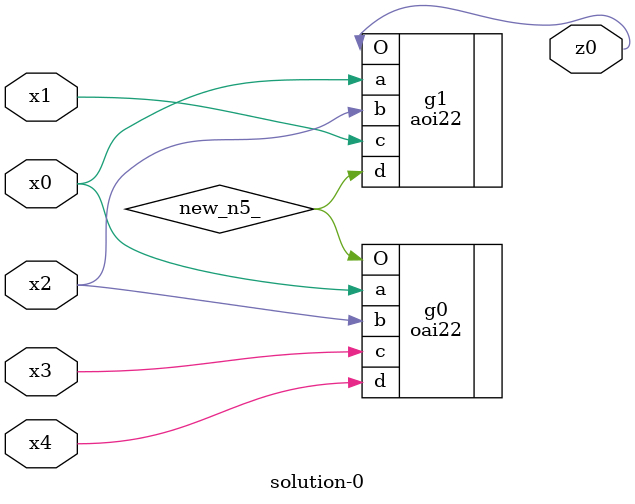
<source format=v>
module \solution-0 (
  x0, x1, x2, x3, x4,
  z0 );
  input x0, x1, x2, x3, x4;
  output z0;
  wire new_n5_;
  oai22  g0(.a(x0), .b(x2), .c(x3), .d(x4), .O(new_n5_));
  aoi22  g1(.a(x0), .b(x2), .c(x1), .d(new_n5_), .O(z0));
endmodule

</source>
